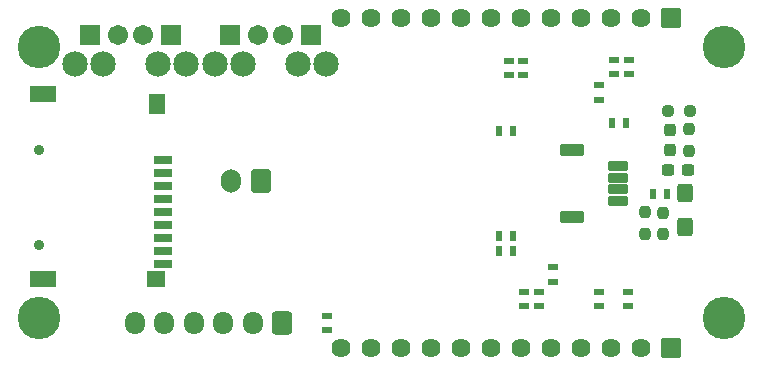
<source format=gbr>
%TF.GenerationSoftware,KiCad,Pcbnew,7.0.6*%
%TF.CreationDate,2023-10-11T20:15:21+08:00*%
%TF.ProjectId,PCB_ESP32WROOM32E_RPI_Zero_Form_Hackster,5043425f-4553-4503-9332-57524f4f4d33,rev?*%
%TF.SameCoordinates,Original*%
%TF.FileFunction,Soldermask,Bot*%
%TF.FilePolarity,Negative*%
%FSLAX46Y46*%
G04 Gerber Fmt 4.6, Leading zero omitted, Abs format (unit mm)*
G04 Created by KiCad (PCBNEW 7.0.6) date 2023-10-11 20:15:21*
%MOMM*%
%LPD*%
G01*
G04 APERTURE LIST*
G04 Aperture macros list*
%AMRoundRect*
0 Rectangle with rounded corners*
0 $1 Rounding radius*
0 $2 $3 $4 $5 $6 $7 $8 $9 X,Y pos of 4 corners*
0 Add a 4 corners polygon primitive as box body*
4,1,4,$2,$3,$4,$5,$6,$7,$8,$9,$2,$3,0*
0 Add four circle primitives for the rounded corners*
1,1,$1+$1,$2,$3*
1,1,$1+$1,$4,$5*
1,1,$1+$1,$6,$7*
1,1,$1+$1,$8,$9*
0 Add four rect primitives between the rounded corners*
20,1,$1+$1,$2,$3,$4,$5,0*
20,1,$1+$1,$4,$5,$6,$7,0*
20,1,$1+$1,$6,$7,$8,$9,0*
20,1,$1+$1,$8,$9,$2,$3,0*%
G04 Aperture macros list end*
%ADD10RoundRect,0.250000X0.600000X0.725000X-0.600000X0.725000X-0.600000X-0.725000X0.600000X-0.725000X0*%
%ADD11O,1.700000X1.950000*%
%ADD12RoundRect,0.102000X0.754000X0.754000X-0.754000X0.754000X-0.754000X-0.754000X0.754000X-0.754000X0*%
%ADD13C,1.712000*%
%ADD14C,2.154000*%
%ADD15RoundRect,0.250000X0.600000X0.750000X-0.600000X0.750000X-0.600000X-0.750000X0.600000X-0.750000X0*%
%ADD16O,1.700000X2.000000*%
%ADD17C,3.600000*%
%ADD18RoundRect,0.050000X0.762000X0.762000X-0.762000X0.762000X-0.762000X-0.762000X0.762000X-0.762000X0*%
%ADD19C,1.624000*%
%ADD20RoundRect,0.102000X-0.754000X-0.754000X0.754000X-0.754000X0.754000X0.754000X-0.754000X0.754000X0*%
%ADD21R,0.900000X0.600000*%
%ADD22RoundRect,0.102000X0.775000X-0.300000X0.775000X0.300000X-0.775000X0.300000X-0.775000X-0.300000X0*%
%ADD23RoundRect,0.102000X-0.900000X0.400000X-0.900000X-0.400000X0.900000X-0.400000X0.900000X0.400000X0*%
%ADD24R,0.600000X0.900000*%
%ADD25RoundRect,0.237500X0.237500X-0.250000X0.237500X0.250000X-0.237500X0.250000X-0.237500X-0.250000X0*%
%ADD26RoundRect,0.237500X-0.300000X-0.237500X0.300000X-0.237500X0.300000X0.237500X-0.300000X0.237500X0*%
%ADD27RoundRect,0.237500X-0.237500X0.250000X-0.237500X-0.250000X0.237500X-0.250000X0.237500X0.250000X0*%
%ADD28RoundRect,0.237500X-0.250000X-0.237500X0.250000X-0.237500X0.250000X0.237500X-0.250000X0.237500X0*%
%ADD29RoundRect,0.250000X-0.425000X0.537500X-0.425000X-0.537500X0.425000X-0.537500X0.425000X0.537500X0*%
%ADD30C,0.900000*%
%ADD31R,1.600000X0.700000*%
%ADD32R,1.600000X1.400000*%
%ADD33R,2.200000X1.400000*%
%ADD34R,1.400000X1.800000*%
%ADD35RoundRect,0.237500X0.237500X-0.300000X0.237500X0.300000X-0.237500X0.300000X-0.237500X-0.300000X0*%
G04 APERTURE END LIST*
D10*
%TO.C,J4*%
X91700000Y-107900000D03*
D11*
X89200000Y-107900000D03*
X86700000Y-107900000D03*
X84200000Y-107900000D03*
X81700000Y-107900000D03*
X79200000Y-107900000D03*
%TD*%
D12*
%TO.C,S5*%
X82300000Y-83500000D03*
D13*
X77800000Y-83500000D03*
D14*
X83550000Y-86000000D03*
X76550000Y-86000000D03*
%TD*%
D15*
%TO.C,J1*%
X89850000Y-95900000D03*
D16*
X87350000Y-95900000D03*
%TD*%
D17*
%TO.C,Coral_Dev_Board1*%
X129130000Y-107530000D03*
X129130000Y-84530000D03*
X71130000Y-107530000D03*
X71130000Y-84530000D03*
D18*
X124630000Y-82060000D03*
D19*
X122090000Y-82060000D03*
X119550000Y-82060000D03*
X117010000Y-82060000D03*
X114470000Y-82060000D03*
X111930000Y-82060000D03*
X109390000Y-82060000D03*
X106850000Y-82060000D03*
X104310000Y-82060000D03*
X101770000Y-82060000D03*
X99230000Y-82060000D03*
X96690000Y-82060000D03*
D18*
X124630000Y-110000000D03*
D19*
X122090000Y-110000000D03*
X119550000Y-110000000D03*
X117010000Y-110000000D03*
X114470000Y-110000000D03*
X111930000Y-110000000D03*
X109390000Y-110000000D03*
X106850000Y-110000000D03*
X104310000Y-110000000D03*
X101770000Y-110000000D03*
X99230000Y-110000000D03*
X96690000Y-110000000D03*
%TD*%
D12*
%TO.C,S6*%
X94150000Y-83500000D03*
D13*
X89650000Y-83500000D03*
D14*
X95400000Y-86000000D03*
X88400000Y-86000000D03*
%TD*%
D20*
%TO.C,S4*%
X75400000Y-83500000D03*
D13*
X79900000Y-83500000D03*
D14*
X74150000Y-86000000D03*
X81150000Y-86000000D03*
%TD*%
D21*
%TO.C,JP13*%
X112150000Y-106450000D03*
X112150000Y-105250000D03*
%TD*%
%TO.C,JP8*%
X121030000Y-86870000D03*
X121030000Y-85670000D03*
%TD*%
%TO.C,JP10*%
X113400000Y-106450000D03*
X113400000Y-105250000D03*
%TD*%
D22*
%TO.C,J2*%
X120100000Y-97600000D03*
X120100000Y-96600000D03*
X120100000Y-95600000D03*
X120100000Y-94600000D03*
D23*
X116225000Y-98900000D03*
X116225000Y-93300000D03*
%TD*%
D24*
%TO.C,JP4*%
X110050000Y-101800000D03*
X111250000Y-101800000D03*
%TD*%
%TO.C,JP3*%
X110050000Y-100550000D03*
X111250000Y-100550000D03*
%TD*%
%TO.C,JP14*%
X124240000Y-96960000D03*
X123040000Y-96960000D03*
%TD*%
D21*
%TO.C,JP9*%
X119760000Y-86870000D03*
X119760000Y-85670000D03*
%TD*%
D25*
%TO.C,R21*%
X122410000Y-100362500D03*
X122410000Y-98537500D03*
%TD*%
D21*
%TO.C,JP6*%
X118490000Y-89000000D03*
X118490000Y-87800000D03*
%TD*%
%TO.C,JP11*%
X114650000Y-103200000D03*
X114650000Y-104400000D03*
%TD*%
D26*
%TO.C,C17*%
X124317500Y-94932500D03*
X126042500Y-94932500D03*
%TD*%
D27*
%TO.C,R9*%
X126100000Y-91510000D03*
X126100000Y-93335000D03*
%TD*%
D28*
%TO.C,R10*%
X124347500Y-89982500D03*
X126172500Y-89982500D03*
%TD*%
D21*
%TO.C,JP16*%
X110850000Y-86900000D03*
X110850000Y-85700000D03*
%TD*%
D25*
%TO.C,R22*%
X123940000Y-100382500D03*
X123940000Y-98557500D03*
%TD*%
D21*
%TO.C,JP2*%
X112100000Y-86900000D03*
X112100000Y-85700000D03*
%TD*%
%TO.C,JP15*%
X95500000Y-108500000D03*
X95500000Y-107300000D03*
%TD*%
%TO.C,JP5*%
X121000000Y-106500000D03*
X121000000Y-105300000D03*
%TD*%
D29*
%TO.C,C13*%
X125800000Y-96925000D03*
X125800000Y-99800000D03*
%TD*%
D21*
%TO.C,JP7*%
X118490000Y-106460000D03*
X118490000Y-105260000D03*
%TD*%
D30*
%TO.C,P2*%
X71070000Y-101300000D03*
X71070000Y-93300000D03*
D31*
X81570000Y-94100000D03*
X81570000Y-95200000D03*
X81570000Y-96300000D03*
X81570000Y-97400000D03*
X81570000Y-98500000D03*
X81570000Y-99600000D03*
X81570000Y-100700000D03*
X81570000Y-101800000D03*
X81570000Y-102900000D03*
D32*
X80970000Y-104200000D03*
D33*
X71470000Y-104200000D03*
X71470000Y-88500000D03*
D34*
X81070000Y-89400000D03*
%TD*%
D24*
%TO.C,JP12*%
X119600000Y-91000000D03*
X120800000Y-91000000D03*
%TD*%
D35*
%TO.C,C19*%
X124540000Y-93285000D03*
X124540000Y-91560000D03*
%TD*%
D24*
%TO.C,JP1*%
X110050000Y-91650000D03*
X111250000Y-91650000D03*
%TD*%
D20*
%TO.C,S3*%
X87250000Y-83500000D03*
D13*
X91750000Y-83500000D03*
D14*
X86000000Y-86000000D03*
X93000000Y-86000000D03*
%TD*%
M02*

</source>
